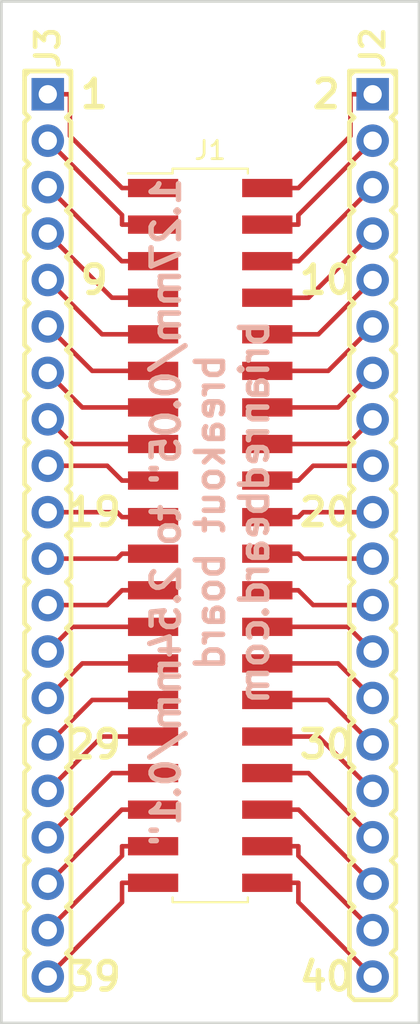
<source format=kicad_pcb>
(kicad_pcb (version 4) (host pcbnew 4.0.6)

  (general
    (links 40)
    (no_connects 0)
    (area 130.734999 78.664999 153.745001 134.695001)
    (thickness 1.6)
    (drawings 16)
    (tracks 98)
    (zones 0)
    (modules 3)
    (nets 41)
  )

  (page USLetter)
  (layers
    (0 F.Cu signal)
    (31 B.Cu signal)
    (32 B.Adhes user hide)
    (33 F.Adhes user hide)
    (34 B.Paste user hide)
    (35 F.Paste user hide)
    (36 B.SilkS user)
    (37 F.SilkS user)
    (38 B.Mask user hide)
    (39 F.Mask user hide)
    (40 Dwgs.User user hide)
    (41 Cmts.User user hide)
    (42 Eco1.User user hide)
    (43 Eco2.User user hide)
    (44 Edge.Cuts user)
    (45 Margin user hide)
    (46 B.CrtYd user hide)
    (47 F.CrtYd user hide)
    (48 B.Fab user hide)
    (49 F.Fab user hide)
  )

  (setup
    (last_trace_width 0.25)
    (trace_clearance 0.2)
    (zone_clearance 0.508)
    (zone_45_only no)
    (trace_min 0.2)
    (segment_width 0.2)
    (edge_width 0.15)
    (via_size 0.6)
    (via_drill 0.4)
    (via_min_size 0.4)
    (via_min_drill 0.3)
    (uvia_size 0.3)
    (uvia_drill 0.1)
    (uvias_allowed no)
    (uvia_min_size 0.2)
    (uvia_min_drill 0.1)
    (pcb_text_width 0.3)
    (pcb_text_size 1.5 1.5)
    (mod_edge_width 0.15)
    (mod_text_size 1 1)
    (mod_text_width 0.15)
    (pad_size 1.524 1.524)
    (pad_drill 0.762)
    (pad_to_mask_clearance 0.2)
    (aux_axis_origin 0 0)
    (visible_elements FFFFFF5F)
    (pcbplotparams
      (layerselection 0x010f0_80000001)
      (usegerberextensions true)
      (excludeedgelayer true)
      (linewidth 0.100000)
      (plotframeref false)
      (viasonmask false)
      (mode 1)
      (useauxorigin false)
      (hpglpennumber 1)
      (hpglpenspeed 20)
      (hpglpendiameter 15)
      (hpglpenoverlay 2)
      (psnegative false)
      (psa4output false)
      (plotreference true)
      (plotvalue true)
      (plotinvisibletext false)
      (padsonsilk false)
      (subtractmaskfromsilk false)
      (outputformat 1)
      (mirror false)
      (drillshape 0)
      (scaleselection 1)
      (outputdirectory gerbers))
  )

  (net 0 "")
  (net 1 /A40)
  (net 2 /A20)
  (net 3 /A37)
  (net 4 /A38)
  (net 5 /A19)
  (net 6 /A39)
  (net 7 /A17)
  (net 8 /A31)
  (net 9 /A11)
  (net 10 /A12)
  (net 11 /A32)
  (net 12 /A13)
  (net 13 /A33)
  (net 14 /A35)
  (net 15 /A15)
  (net 16 /A34)
  (net 17 /A14)
  (net 18 /A16)
  (net 19 /A36)
  (net 20 /A30)
  (net 21 /A10)
  (net 22 /A8)
  (net 23 /A28)
  (net 24 /A9)
  (net 25 /A29)
  (net 26 /A27)
  (net 27 /A7)
  (net 28 /A26)
  (net 29 /A6)
  (net 30 /A1)
  (net 31 /A21)
  (net 32 /A2)
  (net 33 /A22)
  (net 34 /A3)
  (net 35 /A23)
  (net 36 /A4)
  (net 37 /A24)
  (net 38 /A5)
  (net 39 /A25)
  (net 40 /A18)

  (net_class Default "This is the default net class."
    (clearance 0.2)
    (trace_width 0.25)
    (via_dia 0.6)
    (via_drill 0.4)
    (uvia_dia 0.3)
    (uvia_drill 0.1)
    (add_net /A1)
    (add_net /A10)
    (add_net /A11)
    (add_net /A12)
    (add_net /A13)
    (add_net /A14)
    (add_net /A15)
    (add_net /A16)
    (add_net /A17)
    (add_net /A18)
    (add_net /A19)
    (add_net /A2)
    (add_net /A20)
    (add_net /A21)
    (add_net /A22)
    (add_net /A23)
    (add_net /A24)
    (add_net /A25)
    (add_net /A26)
    (add_net /A27)
    (add_net /A28)
    (add_net /A29)
    (add_net /A3)
    (add_net /A30)
    (add_net /A31)
    (add_net /A32)
    (add_net /A33)
    (add_net /A34)
    (add_net /A35)
    (add_net /A36)
    (add_net /A37)
    (add_net /A38)
    (add_net /A39)
    (add_net /A4)
    (add_net /A40)
    (add_net /A5)
    (add_net /A6)
    (add_net /A7)
    (add_net /A8)
    (add_net /A9)
  )

  (module OLIMEX_Connectors-FP:HN1x20 (layer F.Cu) (tedit 59C29A8B) (tstamp 59C2F406)
    (at 133.35 107.95 270)
    (path /59C1F22F)
    (solder_mask_margin 0.0508)
    (solder_paste_margin -0.0508)
    (attr smd)
    (fp_text reference J3 (at -26.67 0 270) (layer F.SilkS)
      (effects (font (size 1.27 1.27) (thickness 0.254)))
    )
    (fp_text value CONN_01X20 (at -13.97 -2.54 270) (layer F.Fab)
      (effects (font (size 1.27 1.27) (thickness 0.254)))
    )
    (fp_line (start 15.494 1.27) (end 15.24 1.016) (layer F.SilkS) (width 0.254))
    (fp_line (start 15.24 -1.016) (end 15.494 -1.27) (layer F.SilkS) (width 0.254))
    (fp_line (start 15.494 -1.27) (end 17.526 -1.27) (layer F.SilkS) (width 0.254))
    (fp_line (start 20.066 -1.27) (end 20.32 -1.016) (layer F.SilkS) (width 0.254))
    (fp_line (start 17.526 1.27) (end 15.494 1.27) (layer F.SilkS) (width 0.254))
    (fp_line (start 20.32 1.016) (end 20.066 1.27) (layer F.SilkS) (width 0.254))
    (fp_line (start 18.034 -1.27) (end 20.066 -1.27) (layer F.SilkS) (width 0.254))
    (fp_line (start 17.78 -1.016) (end 18.034 -1.27) (layer F.SilkS) (width 0.254))
    (fp_line (start 20.066 1.27) (end 18.034 1.27) (layer F.SilkS) (width 0.254))
    (fp_line (start 17.78 1.016) (end 17.526 1.27) (layer F.SilkS) (width 0.254))
    (fp_line (start 18.034 1.27) (end 17.78 1.016) (layer F.SilkS) (width 0.254))
    (fp_line (start 17.526 -1.27) (end 17.78 -1.016) (layer F.SilkS) (width 0.254))
    (fp_line (start 20.066 -1.27) (end 20.32 -1.016) (layer F.SilkS) (width 0.254))
    (fp_line (start 20.32 1.016) (end 20.066 1.27) (layer F.SilkS) (width 0.254))
    (fp_line (start 20.066 1.27) (end 18.034 1.27) (layer F.SilkS) (width 0.254))
    (fp_line (start 18.034 -1.27) (end 20.066 -1.27) (layer F.SilkS) (width 0.254))
    (fp_line (start 17.78 -1.016) (end 18.034 -1.27) (layer F.SilkS) (width 0.254))
    (fp_line (start 18.034 1.27) (end 17.78 1.016) (layer F.SilkS) (width 0.254))
    (fp_line (start 23.114 1.27) (end 22.86 1.016) (layer F.SilkS) (width 0.254))
    (fp_line (start 22.86 -1.016) (end 23.114 -1.27) (layer F.SilkS) (width 0.254))
    (fp_line (start 23.114 -1.27) (end 25.146 -1.27) (layer F.SilkS) (width 0.254))
    (fp_line (start 25.146 1.27) (end 23.114 1.27) (layer F.SilkS) (width 0.254))
    (fp_line (start 25.4 1.016) (end 25.146 1.27) (layer F.SilkS) (width 0.254))
    (fp_line (start 25.146 -1.27) (end 25.4 -1.016) (layer F.SilkS) (width 0.254))
    (fp_line (start 22.606 -1.27) (end 22.86 -1.016) (layer F.SilkS) (width 0.254))
    (fp_line (start 23.114 1.27) (end 22.86 1.016) (layer F.SilkS) (width 0.254))
    (fp_line (start 22.86 1.016) (end 22.606 1.27) (layer F.SilkS) (width 0.254))
    (fp_line (start 25.146 1.27) (end 23.114 1.27) (layer F.SilkS) (width 0.254))
    (fp_line (start 22.86 -1.016) (end 23.114 -1.27) (layer F.SilkS) (width 0.254))
    (fp_line (start 23.114 -1.27) (end 25.146 -1.27) (layer F.SilkS) (width 0.254))
    (fp_line (start 25.4 -1.016) (end 25.4 1.016) (layer F.SilkS) (width 0.254))
    (fp_line (start 25.4 1.016) (end 25.146 1.27) (layer F.SilkS) (width 0.254))
    (fp_line (start 22.606 1.27) (end 20.574 1.27) (layer F.SilkS) (width 0.254))
    (fp_line (start 25.146 -1.27) (end 25.4 -1.016) (layer F.SilkS) (width 0.254))
    (fp_line (start 20.574 -1.27) (end 22.606 -1.27) (layer F.SilkS) (width 0.254))
    (fp_line (start 20.32 -1.016) (end 20.574 -1.27) (layer F.SilkS) (width 0.254))
    (fp_line (start 20.574 1.27) (end 20.32 1.016) (layer F.SilkS) (width 0.254))
    (fp_line (start 10.414 1.27) (end 10.16 1.016) (layer F.SilkS) (width 0.254))
    (fp_line (start 10.16 -1.016) (end 10.414 -1.27) (layer F.SilkS) (width 0.254))
    (fp_line (start 10.414 -1.27) (end 12.446 -1.27) (layer F.SilkS) (width 0.254))
    (fp_line (start 14.986 -1.27) (end 15.24 -1.016) (layer F.SilkS) (width 0.254))
    (fp_line (start 12.446 1.27) (end 10.414 1.27) (layer F.SilkS) (width 0.254))
    (fp_line (start 15.24 1.016) (end 14.986 1.27) (layer F.SilkS) (width 0.254))
    (fp_line (start 12.954 -1.27) (end 14.986 -1.27) (layer F.SilkS) (width 0.254))
    (fp_line (start 12.7 -1.016) (end 12.954 -1.27) (layer F.SilkS) (width 0.254))
    (fp_line (start 14.986 1.27) (end 12.954 1.27) (layer F.SilkS) (width 0.254))
    (fp_line (start 12.7 1.016) (end 12.446 1.27) (layer F.SilkS) (width 0.254))
    (fp_line (start 12.954 1.27) (end 12.7 1.016) (layer F.SilkS) (width 0.254))
    (fp_line (start 12.446 -1.27) (end 12.7 -1.016) (layer F.SilkS) (width 0.254))
    (fp_line (start 14.986 -1.27) (end 15.24 -1.016) (layer F.SilkS) (width 0.254))
    (fp_line (start 15.24 1.016) (end 14.986 1.27) (layer F.SilkS) (width 0.254))
    (fp_line (start 14.986 1.27) (end 12.954 1.27) (layer F.SilkS) (width 0.254))
    (fp_line (start 12.954 -1.27) (end 14.986 -1.27) (layer F.SilkS) (width 0.254))
    (fp_line (start 12.7 -1.016) (end 12.954 -1.27) (layer F.SilkS) (width 0.254))
    (fp_line (start 12.954 1.27) (end 12.7 1.016) (layer F.SilkS) (width 0.254))
    (fp_line (start 7.874 1.27) (end 7.62 1.016) (layer F.SilkS) (width 0.254))
    (fp_line (start 7.62 -1.016) (end 7.874 -1.27) (layer F.SilkS) (width 0.254))
    (fp_line (start 7.874 -1.27) (end 9.906 -1.27) (layer F.SilkS) (width 0.254))
    (fp_line (start 9.906 1.27) (end 7.874 1.27) (layer F.SilkS) (width 0.254))
    (fp_line (start 10.16 1.016) (end 9.906 1.27) (layer F.SilkS) (width 0.254))
    (fp_line (start 9.906 -1.27) (end 10.16 -1.016) (layer F.SilkS) (width 0.254))
    (fp_line (start 7.366 -1.27) (end 7.62 -1.016) (layer F.SilkS) (width 0.254))
    (fp_line (start 7.874 1.27) (end 7.62 1.016) (layer F.SilkS) (width 0.254))
    (fp_line (start 7.62 1.016) (end 7.366 1.27) (layer F.SilkS) (width 0.254))
    (fp_line (start 9.906 1.27) (end 7.874 1.27) (layer F.SilkS) (width 0.254))
    (fp_line (start 7.62 -1.016) (end 7.874 -1.27) (layer F.SilkS) (width 0.254))
    (fp_line (start 7.874 -1.27) (end 9.906 -1.27) (layer F.SilkS) (width 0.254))
    (fp_line (start 10.16 1.016) (end 9.906 1.27) (layer F.SilkS) (width 0.254))
    (fp_line (start 7.366 1.27) (end 5.334 1.27) (layer F.SilkS) (width 0.254))
    (fp_line (start 9.906 -1.27) (end 10.16 -1.016) (layer F.SilkS) (width 0.254))
    (fp_line (start 5.334 -1.27) (end 7.366 -1.27) (layer F.SilkS) (width 0.254))
    (fp_line (start 5.08 -1.016) (end 5.334 -1.27) (layer F.SilkS) (width 0.254))
    (fp_line (start 5.334 1.27) (end 5.08 1.016) (layer F.SilkS) (width 0.254))
    (fp_line (start 0.254 1.27) (end 0 1.016) (layer F.SilkS) (width 0.254))
    (fp_line (start 0 -1.016) (end 0.254 -1.27) (layer F.SilkS) (width 0.254))
    (fp_line (start 0.254 -1.27) (end 2.286 -1.27) (layer F.SilkS) (width 0.254))
    (fp_line (start 4.826 -1.27) (end 5.08 -1.016) (layer F.SilkS) (width 0.254))
    (fp_line (start 2.286 1.27) (end 0.254 1.27) (layer F.SilkS) (width 0.254))
    (fp_line (start 5.08 1.016) (end 4.826 1.27) (layer F.SilkS) (width 0.254))
    (fp_line (start 2.794 -1.27) (end 4.826 -1.27) (layer F.SilkS) (width 0.254))
    (fp_line (start 2.54 -1.016) (end 2.794 -1.27) (layer F.SilkS) (width 0.254))
    (fp_line (start 4.826 1.27) (end 2.794 1.27) (layer F.SilkS) (width 0.254))
    (fp_line (start 2.54 1.016) (end 2.286 1.27) (layer F.SilkS) (width 0.254))
    (fp_line (start 2.794 1.27) (end 2.54 1.016) (layer F.SilkS) (width 0.254))
    (fp_line (start 2.286 -1.27) (end 2.54 -1.016) (layer F.SilkS) (width 0.254))
    (fp_line (start 4.826 -1.27) (end 5.08 -1.016) (layer F.SilkS) (width 0.254))
    (fp_line (start 5.08 1.016) (end 4.826 1.27) (layer F.SilkS) (width 0.254))
    (fp_line (start 4.826 1.27) (end 2.794 1.27) (layer F.SilkS) (width 0.254))
    (fp_line (start 2.794 -1.27) (end 4.826 -1.27) (layer F.SilkS) (width 0.254))
    (fp_line (start 2.54 -1.016) (end 2.794 -1.27) (layer F.SilkS) (width 0.254))
    (fp_line (start 2.794 1.27) (end 2.54 1.016) (layer F.SilkS) (width 0.254))
    (fp_line (start -2.286 1.27) (end -2.54 1.016) (layer F.SilkS) (width 0.254))
    (fp_line (start -2.54 -1.016) (end -2.286 -1.27) (layer F.SilkS) (width 0.254))
    (fp_line (start -2.286 -1.27) (end -0.254 -1.27) (layer F.SilkS) (width 0.254))
    (fp_line (start -0.254 1.27) (end -2.286 1.27) (layer F.SilkS) (width 0.254))
    (fp_line (start 0 1.016) (end -0.254 1.27) (layer F.SilkS) (width 0.254))
    (fp_line (start -0.254 -1.27) (end 0 -1.016) (layer F.SilkS) (width 0.254))
    (fp_line (start -2.794 -1.27) (end -2.54 -1.016) (layer F.SilkS) (width 0.254))
    (fp_line (start -2.286 1.27) (end -2.54 1.016) (layer F.SilkS) (width 0.254))
    (fp_line (start -2.54 1.016) (end -2.794 1.27) (layer F.SilkS) (width 0.254))
    (fp_line (start -0.254 1.27) (end -2.286 1.27) (layer F.SilkS) (width 0.254))
    (fp_line (start -2.54 -1.016) (end -2.286 -1.27) (layer F.SilkS) (width 0.254))
    (fp_line (start -2.286 -1.27) (end -0.254 -1.27) (layer F.SilkS) (width 0.254))
    (fp_line (start 0 1.016) (end -0.254 1.27) (layer F.SilkS) (width 0.254))
    (fp_line (start -2.794 1.27) (end -4.826 1.27) (layer F.SilkS) (width 0.254))
    (fp_line (start -0.254 -1.27) (end 0 -1.016) (layer F.SilkS) (width 0.254))
    (fp_line (start -4.826 -1.27) (end -2.794 -1.27) (layer F.SilkS) (width 0.254))
    (fp_line (start -5.08 -1.016) (end -4.826 -1.27) (layer F.SilkS) (width 0.254))
    (fp_line (start -4.826 1.27) (end -5.08 1.016) (layer F.SilkS) (width 0.254))
    (fp_line (start -9.906 1.27) (end -10.16 1.016) (layer F.SilkS) (width 0.254))
    (fp_line (start -10.16 -1.016) (end -9.906 -1.27) (layer F.SilkS) (width 0.254))
    (fp_line (start -9.906 -1.27) (end -7.874 -1.27) (layer F.SilkS) (width 0.254))
    (fp_line (start -5.334 -1.27) (end -5.08 -1.016) (layer F.SilkS) (width 0.254))
    (fp_line (start -7.874 1.27) (end -9.906 1.27) (layer F.SilkS) (width 0.254))
    (fp_line (start -5.08 1.016) (end -5.334 1.27) (layer F.SilkS) (width 0.254))
    (fp_line (start -7.366 -1.27) (end -5.334 -1.27) (layer F.SilkS) (width 0.254))
    (fp_line (start -7.62 -1.016) (end -7.366 -1.27) (layer F.SilkS) (width 0.254))
    (fp_line (start -5.334 1.27) (end -7.366 1.27) (layer F.SilkS) (width 0.254))
    (fp_line (start -7.62 1.016) (end -7.874 1.27) (layer F.SilkS) (width 0.254))
    (fp_line (start -7.366 1.27) (end -7.62 1.016) (layer F.SilkS) (width 0.254))
    (fp_line (start -7.874 -1.27) (end -7.62 -1.016) (layer F.SilkS) (width 0.254))
    (fp_line (start -5.334 -1.27) (end -5.08 -1.016) (layer F.SilkS) (width 0.254))
    (fp_line (start -5.08 1.016) (end -5.334 1.27) (layer F.SilkS) (width 0.254))
    (fp_line (start -5.334 1.27) (end -7.366 1.27) (layer F.SilkS) (width 0.254))
    (fp_line (start -7.366 -1.27) (end -5.334 -1.27) (layer F.SilkS) (width 0.254))
    (fp_line (start -7.62 -1.016) (end -7.366 -1.27) (layer F.SilkS) (width 0.254))
    (fp_line (start -7.366 1.27) (end -7.62 1.016) (layer F.SilkS) (width 0.254))
    (fp_line (start -12.446 1.27) (end -12.7 1.016) (layer F.SilkS) (width 0.254))
    (fp_line (start -12.7 -1.016) (end -12.446 -1.27) (layer F.SilkS) (width 0.254))
    (fp_line (start -12.446 -1.27) (end -10.414 -1.27) (layer F.SilkS) (width 0.254))
    (fp_line (start -10.414 1.27) (end -12.446 1.27) (layer F.SilkS) (width 0.254))
    (fp_line (start -10.16 1.016) (end -10.414 1.27) (layer F.SilkS) (width 0.254))
    (fp_line (start -10.414 -1.27) (end -10.16 -1.016) (layer F.SilkS) (width 0.254))
    (fp_line (start -12.954 -1.27) (end -12.7 -1.016) (layer F.SilkS) (width 0.254))
    (fp_line (start -12.446 1.27) (end -12.7 1.016) (layer F.SilkS) (width 0.254))
    (fp_line (start -12.7 1.016) (end -12.954 1.27) (layer F.SilkS) (width 0.254))
    (fp_line (start -10.414 1.27) (end -12.446 1.27) (layer F.SilkS) (width 0.254))
    (fp_line (start -12.7 -1.016) (end -12.446 -1.27) (layer F.SilkS) (width 0.254))
    (fp_line (start -12.446 -1.27) (end -10.414 -1.27) (layer F.SilkS) (width 0.254))
    (fp_line (start -10.16 1.016) (end -10.414 1.27) (layer F.SilkS) (width 0.254))
    (fp_line (start -17.526 1.27) (end -17.78 1.016) (layer F.SilkS) (width 0.254))
    (fp_line (start -12.954 1.27) (end -14.986 1.27) (layer F.SilkS) (width 0.254))
    (fp_line (start -10.414 -1.27) (end -10.16 -1.016) (layer F.SilkS) (width 0.254))
    (fp_line (start -14.986 -1.27) (end -12.954 -1.27) (layer F.SilkS) (width 0.254))
    (fp_line (start -15.24 -1.016) (end -14.986 -1.27) (layer F.SilkS) (width 0.254))
    (fp_line (start -25.4 -1.27) (end -25.146 -1.27) (layer F.SilkS) (width 0.254))
    (fp_line (start -25.146 -1.27) (end -23.114 -1.27) (layer F.SilkS) (width 0.254))
    (fp_line (start -23.114 -1.27) (end -22.86 -1.016) (layer F.SilkS) (width 0.254))
    (fp_line (start -22.86 -1.016) (end -22.606 -1.27) (layer F.SilkS) (width 0.254))
    (fp_line (start -22.606 -1.27) (end -20.574 -1.27) (layer F.SilkS) (width 0.254))
    (fp_line (start -20.574 -1.27) (end -20.32 -1.016) (layer F.SilkS) (width 0.254))
    (fp_line (start -20.32 -1.016) (end -20.066 -1.27) (layer F.SilkS) (width 0.254))
    (fp_line (start -20.066 -1.27) (end -18.034 -1.27) (layer F.SilkS) (width 0.254))
    (fp_line (start -18.034 -1.27) (end -17.78 -1.016) (layer F.SilkS) (width 0.254))
    (fp_line (start -17.78 -1.016) (end -17.526 -1.27) (layer F.SilkS) (width 0.254))
    (fp_line (start -17.526 -1.27) (end -15.494 -1.27) (layer F.SilkS) (width 0.254))
    (fp_line (start -15.494 -1.27) (end -15.24 -1.016) (layer F.SilkS) (width 0.254))
    (fp_line (start -15.24 1.016) (end -15.494 1.27) (layer F.SilkS) (width 0.254))
    (fp_line (start -15.494 1.27) (end -17.526 1.27) (layer F.SilkS) (width 0.254))
    (fp_line (start -14.986 1.27) (end -15.24 1.016) (layer F.SilkS) (width 0.254))
    (fp_line (start -17.78 1.016) (end -18.034 1.27) (layer F.SilkS) (width 0.254))
    (fp_line (start -18.034 1.27) (end -20.066 1.27) (layer F.SilkS) (width 0.254))
    (fp_line (start -25.4 -1.016) (end -25.146 -1.27) (layer F.SilkS) (width 0.254))
    (fp_line (start -25.146 1.27) (end -25.4 1.016) (layer F.SilkS) (width 0.254))
    (fp_line (start -24.892 1.27) (end -25.4 1.27) (layer F.SilkS) (width 0.254))
    (fp_line (start -20.574 1.27) (end -22.606 1.27) (layer F.SilkS) (width 0.254))
    (fp_line (start -22.606 1.27) (end -22.86 1.016) (layer F.SilkS) (width 0.254))
    (fp_line (start -22.86 1.016) (end -23.114 1.27) (layer F.SilkS) (width 0.254))
    (fp_line (start -23.114 1.27) (end -24.892 1.27) (layer F.SilkS) (width 0.254))
    (fp_line (start -20.574 1.27) (end -20.32 1.016) (layer F.SilkS) (width 0.254))
    (fp_line (start -20.32 1.016) (end -20.066 1.27) (layer F.SilkS) (width 0.254))
    (fp_line (start -25.4 -1.27) (end -25.4 1.27) (layer F.SilkS) (width 0.254))
    (pad 17 thru_hole circle (at 16.51 0 270) (size 1.778 1.778) (drill 1) (layers *.Cu *.Mask)
      (net 7 /A17))
    (pad 18 thru_hole circle (at 19.05 0 270) (size 1.778 1.778) (drill 1) (layers *.Cu *.Mask)
      (net 40 /A18))
    (pad 20 thru_hole circle (at 24.13 0 270) (size 1.778 1.778) (drill 1) (layers *.Cu *.Mask)
      (net 2 /A20))
    (pad 19 thru_hole circle (at 21.59 0 270) (size 1.778 1.778) (drill 1) (layers *.Cu *.Mask)
      (net 5 /A19))
    (pad 15 thru_hole circle (at 11.43 0 270) (size 1.778 1.778) (drill 1) (layers *.Cu *.Mask)
      (net 15 /A15))
    (pad 16 thru_hole circle (at 13.97 0 270) (size 1.778 1.778) (drill 1) (layers *.Cu *.Mask)
      (net 18 /A16))
    (pad 14 thru_hole circle (at 8.89 0 270) (size 1.778 1.778) (drill 1) (layers *.Cu *.Mask)
      (net 17 /A14))
    (pad 13 thru_hole circle (at 6.35 0 270) (size 1.778 1.778) (drill 1) (layers *.Cu *.Mask)
      (net 12 /A13))
    (pad 11 thru_hole circle (at 1.27 0 270) (size 1.778 1.778) (drill 1) (layers *.Cu *.Mask)
      (net 9 /A11))
    (pad 12 thru_hole circle (at 3.81 0 270) (size 1.778 1.778) (drill 1) (layers *.Cu *.Mask)
      (net 10 /A12))
    (pad 10 thru_hole circle (at -1.27 0 270) (size 1.778 1.778) (drill 1) (layers *.Cu *.Mask)
      (net 21 /A10))
    (pad 9 thru_hole circle (at -3.81 0 270) (size 1.778 1.778) (drill 1) (layers *.Cu *.Mask)
      (net 24 /A9))
    (pad 7 thru_hole circle (at -8.89 0 270) (size 1.778 1.778) (drill 1) (layers *.Cu *.Mask)
      (net 27 /A7))
    (pad 8 thru_hole circle (at -6.35 0 270) (size 1.778 1.778) (drill 1) (layers *.Cu *.Mask)
      (net 22 /A8))
    (pad 6 thru_hole circle (at -11.43 0 270) (size 1.778 1.778) (drill 1) (layers *.Cu *.Mask)
      (net 29 /A6))
    (pad 5 thru_hole circle (at -13.97 0 270) (size 1.778 1.778) (drill 1) (layers *.Cu *.Mask)
      (net 38 /A5))
    (pad 1 thru_hole rect (at -24.13 0 270) (size 1.778 1.778) (drill 1) (layers *.Cu *.Mask)
      (net 30 /A1))
    (pad 2 thru_hole circle (at -21.59 0 270) (size 1.778 1.778) (drill 1) (layers *.Cu *.Mask)
      (net 32 /A2))
    (pad 3 thru_hole circle (at -19.05 0 270) (size 1.778 1.778) (drill 1) (layers *.Cu *.Mask)
      (net 34 /A3))
    (pad 4 thru_hole circle (at -16.51 0 270) (size 1.778 1.778) (drill 1) (layers *.Cu *.Mask)
      (net 36 /A4))
  )

  (module Pin_Headers:Pin_Header_Straight_2x20_Pitch2.00mm_SMD (layer F.Cu) (tedit 59C299B3) (tstamp 59C2F27E)
    (at 142.24 107.95)
    (descr "surface-mounted straight pin header, 2x20, 2.00mm pitch, double rows")
    (tags "Surface mounted pin header SMD 2x20 2.00mm double row")
    (path /59C201C5)
    (attr smd)
    (fp_text reference J1 (at 0 -21.06) (layer F.SilkS)
      (effects (font (size 1 1) (thickness 0.15)))
    )
    (fp_text value "GPIO 02x20" (at 0 21.59) (layer F.Fab)
      (effects (font (size 1 1) (thickness 0.15)))
    )
    (fp_line (start -2 -20) (end -2 20) (layer F.Fab) (width 0.1))
    (fp_line (start -2 20) (end 2 20) (layer F.Fab) (width 0.1))
    (fp_line (start 2 20) (end 2 -20) (layer F.Fab) (width 0.1))
    (fp_line (start 2 -20) (end -2 -20) (layer F.Fab) (width 0.1))
    (fp_line (start -2 -19.25) (end -2 -18.75) (layer F.Fab) (width 0.1))
    (fp_line (start -2 -18.75) (end -3 -18.75) (layer F.Fab) (width 0.1))
    (fp_line (start -3 -18.75) (end -3 -19.25) (layer F.Fab) (width 0.1))
    (fp_line (start -3 -19.25) (end -2 -19.25) (layer F.Fab) (width 0.1))
    (fp_line (start 2 -19.25) (end 2 -18.75) (layer F.Fab) (width 0.1))
    (fp_line (start 2 -18.75) (end 3 -18.75) (layer F.Fab) (width 0.1))
    (fp_line (start 3 -18.75) (end 3 -19.25) (layer F.Fab) (width 0.1))
    (fp_line (start 3 -19.25) (end 2 -19.25) (layer F.Fab) (width 0.1))
    (fp_line (start -2 -17.25) (end -2 -16.75) (layer F.Fab) (width 0.1))
    (fp_line (start -2 -16.75) (end -3 -16.75) (layer F.Fab) (width 0.1))
    (fp_line (start -3 -16.75) (end -3 -17.25) (layer F.Fab) (width 0.1))
    (fp_line (start -3 -17.25) (end -2 -17.25) (layer F.Fab) (width 0.1))
    (fp_line (start 2 -17.25) (end 2 -16.75) (layer F.Fab) (width 0.1))
    (fp_line (start 2 -16.75) (end 3 -16.75) (layer F.Fab) (width 0.1))
    (fp_line (start 3 -16.75) (end 3 -17.25) (layer F.Fab) (width 0.1))
    (fp_line (start 3 -17.25) (end 2 -17.25) (layer F.Fab) (width 0.1))
    (fp_line (start -2 -15.25) (end -2 -14.75) (layer F.Fab) (width 0.1))
    (fp_line (start -2 -14.75) (end -3 -14.75) (layer F.Fab) (width 0.1))
    (fp_line (start -3 -14.75) (end -3 -15.25) (layer F.Fab) (width 0.1))
    (fp_line (start -3 -15.25) (end -2 -15.25) (layer F.Fab) (width 0.1))
    (fp_line (start 2 -15.25) (end 2 -14.75) (layer F.Fab) (width 0.1))
    (fp_line (start 2 -14.75) (end 3 -14.75) (layer F.Fab) (width 0.1))
    (fp_line (start 3 -14.75) (end 3 -15.25) (layer F.Fab) (width 0.1))
    (fp_line (start 3 -15.25) (end 2 -15.25) (layer F.Fab) (width 0.1))
    (fp_line (start -2 -13.25) (end -2 -12.75) (layer F.Fab) (width 0.1))
    (fp_line (start -2 -12.75) (end -3 -12.75) (layer F.Fab) (width 0.1))
    (fp_line (start -3 -12.75) (end -3 -13.25) (layer F.Fab) (width 0.1))
    (fp_line (start -3 -13.25) (end -2 -13.25) (layer F.Fab) (width 0.1))
    (fp_line (start 2 -13.25) (end 2 -12.75) (layer F.Fab) (width 0.1))
    (fp_line (start 2 -12.75) (end 3 -12.75) (layer F.Fab) (width 0.1))
    (fp_line (start 3 -12.75) (end 3 -13.25) (layer F.Fab) (width 0.1))
    (fp_line (start 3 -13.25) (end 2 -13.25) (layer F.Fab) (width 0.1))
    (fp_line (start -2 -11.25) (end -2 -10.75) (layer F.Fab) (width 0.1))
    (fp_line (start -2 -10.75) (end -3 -10.75) (layer F.Fab) (width 0.1))
    (fp_line (start -3 -10.75) (end -3 -11.25) (layer F.Fab) (width 0.1))
    (fp_line (start -3 -11.25) (end -2 -11.25) (layer F.Fab) (width 0.1))
    (fp_line (start 2 -11.25) (end 2 -10.75) (layer F.Fab) (width 0.1))
    (fp_line (start 2 -10.75) (end 3 -10.75) (layer F.Fab) (width 0.1))
    (fp_line (start 3 -10.75) (end 3 -11.25) (layer F.Fab) (width 0.1))
    (fp_line (start 3 -11.25) (end 2 -11.25) (layer F.Fab) (width 0.1))
    (fp_line (start -2 -9.25) (end -2 -8.75) (layer F.Fab) (width 0.1))
    (fp_line (start -2 -8.75) (end -3 -8.75) (layer F.Fab) (width 0.1))
    (fp_line (start -3 -8.75) (end -3 -9.25) (layer F.Fab) (width 0.1))
    (fp_line (start -3 -9.25) (end -2 -9.25) (layer F.Fab) (width 0.1))
    (fp_line (start 2 -9.25) (end 2 -8.75) (layer F.Fab) (width 0.1))
    (fp_line (start 2 -8.75) (end 3 -8.75) (layer F.Fab) (width 0.1))
    (fp_line (start 3 -8.75) (end 3 -9.25) (layer F.Fab) (width 0.1))
    (fp_line (start 3 -9.25) (end 2 -9.25) (layer F.Fab) (width 0.1))
    (fp_line (start -2 -7.25) (end -2 -6.75) (layer F.Fab) (width 0.1))
    (fp_line (start -2 -6.75) (end -3 -6.75) (layer F.Fab) (width 0.1))
    (fp_line (start -3 -6.75) (end -3 -7.25) (layer F.Fab) (width 0.1))
    (fp_line (start -3 -7.25) (end -2 -7.25) (layer F.Fab) (width 0.1))
    (fp_line (start 2 -7.25) (end 2 -6.75) (layer F.Fab) (width 0.1))
    (fp_line (start 2 -6.75) (end 3 -6.75) (layer F.Fab) (width 0.1))
    (fp_line (start 3 -6.75) (end 3 -7.25) (layer F.Fab) (width 0.1))
    (fp_line (start 3 -7.25) (end 2 -7.25) (layer F.Fab) (width 0.1))
    (fp_line (start -2 -5.25) (end -2 -4.75) (layer F.Fab) (width 0.1))
    (fp_line (start -2 -4.75) (end -3 -4.75) (layer F.Fab) (width 0.1))
    (fp_line (start -3 -4.75) (end -3 -5.25) (layer F.Fab) (width 0.1))
    (fp_line (start -3 -5.25) (end -2 -5.25) (layer F.Fab) (width 0.1))
    (fp_line (start 2 -5.25) (end 2 -4.75) (layer F.Fab) (width 0.1))
    (fp_line (start 2 -4.75) (end 3 -4.75) (layer F.Fab) (width 0.1))
    (fp_line (start 3 -4.75) (end 3 -5.25) (layer F.Fab) (width 0.1))
    (fp_line (start 3 -5.25) (end 2 -5.25) (layer F.Fab) (width 0.1))
    (fp_line (start -2 -3.25) (end -2 -2.75) (layer F.Fab) (width 0.1))
    (fp_line (start -2 -2.75) (end -3 -2.75) (layer F.Fab) (width 0.1))
    (fp_line (start -3 -2.75) (end -3 -3.25) (layer F.Fab) (width 0.1))
    (fp_line (start -3 -3.25) (end -2 -3.25) (layer F.Fab) (width 0.1))
    (fp_line (start 2 -3.25) (end 2 -2.75) (layer F.Fab) (width 0.1))
    (fp_line (start 2 -2.75) (end 3 -2.75) (layer F.Fab) (width 0.1))
    (fp_line (start 3 -2.75) (end 3 -3.25) (layer F.Fab) (width 0.1))
    (fp_line (start 3 -3.25) (end 2 -3.25) (layer F.Fab) (width 0.1))
    (fp_line (start -2 -1.25) (end -2 -0.75) (layer F.Fab) (width 0.1))
    (fp_line (start -2 -0.75) (end -3 -0.75) (layer F.Fab) (width 0.1))
    (fp_line (start -3 -0.75) (end -3 -1.25) (layer F.Fab) (width 0.1))
    (fp_line (start -3 -1.25) (end -2 -1.25) (layer F.Fab) (width 0.1))
    (fp_line (start 2 -1.25) (end 2 -0.75) (layer F.Fab) (width 0.1))
    (fp_line (start 2 -0.75) (end 3 -0.75) (layer F.Fab) (width 0.1))
    (fp_line (start 3 -0.75) (end 3 -1.25) (layer F.Fab) (width 0.1))
    (fp_line (start 3 -1.25) (end 2 -1.25) (layer F.Fab) (width 0.1))
    (fp_line (start -2 0.75) (end -2 1.25) (layer F.Fab) (width 0.1))
    (fp_line (start -2 1.25) (end -3 1.25) (layer F.Fab) (width 0.1))
    (fp_line (start -3 1.25) (end -3 0.75) (layer F.Fab) (width 0.1))
    (fp_line (start -3 0.75) (end -2 0.75) (layer F.Fab) (width 0.1))
    (fp_line (start 2 0.75) (end 2 1.25) (layer F.Fab) (width 0.1))
    (fp_line (start 2 1.25) (end 3 1.25) (layer F.Fab) (width 0.1))
    (fp_line (start 3 1.25) (end 3 0.75) (layer F.Fab) (width 0.1))
    (fp_line (start 3 0.75) (end 2 0.75) (layer F.Fab) (width 0.1))
    (fp_line (start -2 2.75) (end -2 3.25) (layer F.Fab) (width 0.1))
    (fp_line (start -2 3.25) (end -3 3.25) (layer F.Fab) (width 0.1))
    (fp_line (start -3 3.25) (end -3 2.75) (layer F.Fab) (width 0.1))
    (fp_line (start -3 2.75) (end -2 2.75) (layer F.Fab) (width 0.1))
    (fp_line (start 2 2.75) (end 2 3.25) (layer F.Fab) (width 0.1))
    (fp_line (start 2 3.25) (end 3 3.25) (layer F.Fab) (width 0.1))
    (fp_line (start 3 3.25) (end 3 2.75) (layer F.Fab) (width 0.1))
    (fp_line (start 3 2.75) (end 2 2.75) (layer F.Fab) (width 0.1))
    (fp_line (start -2 4.75) (end -2 5.25) (layer F.Fab) (width 0.1))
    (fp_line (start -2 5.25) (end -3 5.25) (layer F.Fab) (width 0.1))
    (fp_line (start -3 5.25) (end -3 4.75) (layer F.Fab) (width 0.1))
    (fp_line (start -3 4.75) (end -2 4.75) (layer F.Fab) (width 0.1))
    (fp_line (start 2 4.75) (end 2 5.25) (layer F.Fab) (width 0.1))
    (fp_line (start 2 5.25) (end 3 5.25) (layer F.Fab) (width 0.1))
    (fp_line (start 3 5.25) (end 3 4.75) (layer F.Fab) (width 0.1))
    (fp_line (start 3 4.75) (end 2 4.75) (layer F.Fab) (width 0.1))
    (fp_line (start -2 6.75) (end -2 7.25) (layer F.Fab) (width 0.1))
    (fp_line (start -2 7.25) (end -3 7.25) (layer F.Fab) (width 0.1))
    (fp_line (start -3 7.25) (end -3 6.75) (layer F.Fab) (width 0.1))
    (fp_line (start -3 6.75) (end -2 6.75) (layer F.Fab) (width 0.1))
    (fp_line (start 2 6.75) (end 2 7.25) (layer F.Fab) (width 0.1))
    (fp_line (start 2 7.25) (end 3 7.25) (layer F.Fab) (width 0.1))
    (fp_line (start 3 7.25) (end 3 6.75) (layer F.Fab) (width 0.1))
    (fp_line (start 3 6.75) (end 2 6.75) (layer F.Fab) (width 0.1))
    (fp_line (start -2 8.75) (end -2 9.25) (layer F.Fab) (width 0.1))
    (fp_line (start -2 9.25) (end -3 9.25) (layer F.Fab) (width 0.1))
    (fp_line (start -3 9.25) (end -3 8.75) (layer F.Fab) (width 0.1))
    (fp_line (start -3 8.75) (end -2 8.75) (layer F.Fab) (width 0.1))
    (fp_line (start 2 8.75) (end 2 9.25) (layer F.Fab) (width 0.1))
    (fp_line (start 2 9.25) (end 3 9.25) (layer F.Fab) (width 0.1))
    (fp_line (start 3 9.25) (end 3 8.75) (layer F.Fab) (width 0.1))
    (fp_line (start 3 8.75) (end 2 8.75) (layer F.Fab) (width 0.1))
    (fp_line (start -2 10.75) (end -2 11.25) (layer F.Fab) (width 0.1))
    (fp_line (start -2 11.25) (end -3 11.25) (layer F.Fab) (width 0.1))
    (fp_line (start -3 11.25) (end -3 10.75) (layer F.Fab) (width 0.1))
    (fp_line (start -3 10.75) (end -2 10.75) (layer F.Fab) (width 0.1))
    (fp_line (start 2 10.75) (end 2 11.25) (layer F.Fab) (width 0.1))
    (fp_line (start 2 11.25) (end 3 11.25) (layer F.Fab) (width 0.1))
    (fp_line (start 3 11.25) (end 3 10.75) (layer F.Fab) (width 0.1))
    (fp_line (start 3 10.75) (end 2 10.75) (layer F.Fab) (width 0.1))
    (fp_line (start -2 12.75) (end -2 13.25) (layer F.Fab) (width 0.1))
    (fp_line (start -2 13.25) (end -3 13.25) (layer F.Fab) (width 0.1))
    (fp_line (start -3 13.25) (end -3 12.75) (layer F.Fab) (width 0.1))
    (fp_line (start -3 12.75) (end -2 12.75) (layer F.Fab) (width 0.1))
    (fp_line (start 2 12.75) (end 2 13.25) (layer F.Fab) (width 0.1))
    (fp_line (start 2 13.25) (end 3 13.25) (layer F.Fab) (width 0.1))
    (fp_line (start 3 13.25) (end 3 12.75) (layer F.Fab) (width 0.1))
    (fp_line (start 3 12.75) (end 2 12.75) (layer F.Fab) (width 0.1))
    (fp_line (start -2 14.75) (end -2 15.25) (layer F.Fab) (width 0.1))
    (fp_line (start -2 15.25) (end -3 15.25) (layer F.Fab) (width 0.1))
    (fp_line (start -3 15.25) (end -3 14.75) (layer F.Fab) (width 0.1))
    (fp_line (start -3 14.75) (end -2 14.75) (layer F.Fab) (width 0.1))
    (fp_line (start 2 14.75) (end 2 15.25) (layer F.Fab) (width 0.1))
    (fp_line (start 2 15.25) (end 3 15.25) (layer F.Fab) (width 0.1))
    (fp_line (start 3 15.25) (end 3 14.75) (layer F.Fab) (width 0.1))
    (fp_line (start 3 14.75) (end 2 14.75) (layer F.Fab) (width 0.1))
    (fp_line (start -2 16.75) (end -2 17.25) (layer F.Fab) (width 0.1))
    (fp_line (start -2 17.25) (end -3 17.25) (layer F.Fab) (width 0.1))
    (fp_line (start -3 17.25) (end -3 16.75) (layer F.Fab) (width 0.1))
    (fp_line (start -3 16.75) (end -2 16.75) (layer F.Fab) (width 0.1))
    (fp_line (start 2 16.75) (end 2 17.25) (layer F.Fab) (width 0.1))
    (fp_line (start 2 17.25) (end 3 17.25) (layer F.Fab) (width 0.1))
    (fp_line (start 3 17.25) (end 3 16.75) (layer F.Fab) (width 0.1))
    (fp_line (start 3 16.75) (end 2 16.75) (layer F.Fab) (width 0.1))
    (fp_line (start -2 18.75) (end -2 19.25) (layer F.Fab) (width 0.1))
    (fp_line (start -2 19.25) (end -3 19.25) (layer F.Fab) (width 0.1))
    (fp_line (start -3 19.25) (end -3 18.75) (layer F.Fab) (width 0.1))
    (fp_line (start -3 18.75) (end -2 18.75) (layer F.Fab) (width 0.1))
    (fp_line (start 2 18.75) (end 2 19.25) (layer F.Fab) (width 0.1))
    (fp_line (start 2 19.25) (end 3 19.25) (layer F.Fab) (width 0.1))
    (fp_line (start 3 19.25) (end 3 18.75) (layer F.Fab) (width 0.1))
    (fp_line (start 3 18.75) (end 2 18.75) (layer F.Fab) (width 0.1))
    (fp_line (start -2.06 -19.8) (end -2.06 -20.06) (layer F.SilkS) (width 0.12))
    (fp_line (start -2.06 -20.06) (end 2.06 -20.06) (layer F.SilkS) (width 0.12))
    (fp_line (start 2.06 -20.06) (end 2.06 -19.8) (layer F.SilkS) (width 0.12))
    (fp_line (start -2.06 19.8) (end -2.06 20.06) (layer F.SilkS) (width 0.12))
    (fp_line (start -2.06 20.06) (end 2.06 20.06) (layer F.SilkS) (width 0.12))
    (fp_line (start 2.06 20.06) (end 2.06 19.8) (layer F.SilkS) (width 0.12))
    (fp_line (start -4.5 -19.8) (end -2.06 -19.8) (layer F.SilkS) (width 0.12))
    (fp_line (start -4.75 -20.25) (end -4.75 20.25) (layer F.CrtYd) (width 0.05))
    (fp_line (start -4.75 20.25) (end 4.75 20.25) (layer F.CrtYd) (width 0.05))
    (fp_line (start 4.75 20.25) (end 4.75 -20.25) (layer F.CrtYd) (width 0.05))
    (fp_line (start 4.75 -20.25) (end -4.75 -20.25) (layer F.CrtYd) (width 0.05))
    (pad 1 smd rect (at -3.125 -19) (size 2.75 1) (layers F.Cu F.Mask)
      (net 30 /A1))
    (pad 2 smd rect (at 3.125 -19) (size 2.75 1) (layers F.Cu F.Mask)
      (net 31 /A21))
    (pad 3 smd rect (at -3.125 -17) (size 2.75 1) (layers F.Cu F.Mask)
      (net 32 /A2))
    (pad 4 smd rect (at 3.125 -17) (size 2.75 1) (layers F.Cu F.Mask)
      (net 33 /A22))
    (pad 5 smd rect (at -3.125 -15) (size 2.75 1) (layers F.Cu F.Mask)
      (net 34 /A3))
    (pad 6 smd rect (at 3.125 -15) (size 2.75 1) (layers F.Cu F.Mask)
      (net 35 /A23))
    (pad 7 smd rect (at -3.125 -13) (size 2.75 1) (layers F.Cu F.Mask)
      (net 36 /A4))
    (pad 8 smd rect (at 3.125 -13) (size 2.75 1) (layers F.Cu F.Mask)
      (net 37 /A24))
    (pad 9 smd rect (at -3.125 -11) (size 2.75 1) (layers F.Cu F.Mask)
      (net 38 /A5))
    (pad 10 smd rect (at 3.125 -11) (size 2.75 1) (layers F.Cu F.Mask)
      (net 39 /A25))
    (pad 11 smd rect (at -3.125 -9) (size 2.75 1) (layers F.Cu F.Mask)
      (net 29 /A6))
    (pad 12 smd rect (at 3.125 -9) (size 2.75 1) (layers F.Cu F.Mask)
      (net 28 /A26))
    (pad 13 smd rect (at -3.125 -7) (size 2.75 1) (layers F.Cu F.Mask)
      (net 27 /A7))
    (pad 14 smd rect (at 3.125 -7) (size 2.75 1) (layers F.Cu F.Mask)
      (net 26 /A27))
    (pad 15 smd rect (at -3.125 -5) (size 2.75 1) (layers F.Cu F.Mask)
      (net 22 /A8))
    (pad 16 smd rect (at 3.125 -5) (size 2.75 1) (layers F.Cu F.Mask)
      (net 23 /A28))
    (pad 17 smd rect (at -3.125 -3) (size 2.75 1) (layers F.Cu F.Mask)
      (net 24 /A9))
    (pad 18 smd rect (at 3.125 -3) (size 2.75 1) (layers F.Cu F.Mask)
      (net 25 /A29))
    (pad 19 smd rect (at -3.125 -1) (size 2.75 1) (layers F.Cu F.Mask)
      (net 21 /A10))
    (pad 20 smd rect (at 3.125 -1) (size 2.75 1) (layers F.Cu F.Mask)
      (net 20 /A30))
    (pad 21 smd rect (at -3.125 1) (size 2.75 1) (layers F.Cu F.Mask)
      (net 9 /A11))
    (pad 22 smd rect (at 3.125 1) (size 2.75 1) (layers F.Cu F.Mask)
      (net 8 /A31))
    (pad 23 smd rect (at -3.125 3) (size 2.75 1) (layers F.Cu F.Mask)
      (net 10 /A12))
    (pad 24 smd rect (at 3.125 3) (size 2.75 1) (layers F.Cu F.Mask)
      (net 11 /A32))
    (pad 25 smd rect (at -3.125 5) (size 2.75 1) (layers F.Cu F.Mask)
      (net 12 /A13))
    (pad 26 smd rect (at 3.125 5) (size 2.75 1) (layers F.Cu F.Mask)
      (net 13 /A33))
    (pad 27 smd rect (at -3.125 7) (size 2.75 1) (layers F.Cu F.Mask)
      (net 17 /A14))
    (pad 28 smd rect (at 3.125 7) (size 2.75 1) (layers F.Cu F.Mask)
      (net 16 /A34))
    (pad 29 smd rect (at -3.125 9) (size 2.75 1) (layers F.Cu F.Mask)
      (net 15 /A15))
    (pad 30 smd rect (at 3.125 9) (size 2.75 1) (layers F.Cu F.Mask)
      (net 14 /A35))
    (pad 31 smd rect (at -3.125 11) (size 2.75 1) (layers F.Cu F.Mask)
      (net 18 /A16))
    (pad 32 smd rect (at 3.125 11) (size 2.75 1) (layers F.Cu F.Mask)
      (net 19 /A36))
    (pad 33 smd rect (at -3.125 13) (size 2.75 1) (layers F.Cu F.Mask)
      (net 7 /A17))
    (pad 34 smd rect (at 3.125 13) (size 2.75 1) (layers F.Cu F.Mask)
      (net 3 /A37))
    (pad 35 smd rect (at -3.125 15) (size 2.75 1) (layers F.Cu F.Mask)
      (net 40 /A18))
    (pad 36 smd rect (at 3.125 15) (size 2.75 1) (layers F.Cu F.Mask)
      (net 4 /A38))
    (pad 37 smd rect (at -3.125 17) (size 2.75 1) (layers F.Cu F.Mask)
      (net 5 /A19))
    (pad 38 smd rect (at 3.125 17) (size 2.75 1) (layers F.Cu F.Mask)
      (net 6 /A39))
    (pad 39 smd rect (at -3.125 19) (size 2.75 1) (layers F.Cu F.Mask)
      (net 2 /A20))
    (pad 40 smd rect (at 3.125 19) (size 2.75 1) (layers F.Cu F.Mask)
      (net 1 /A40))
    (model Pin_Headers.3dshapes/Pin_Header_Straight_2x20_Pitch2.00mm_SMD.wrl
      (at (xyz 0 0 0))
      (scale (xyz 1 1 1))
      (rotate (xyz 0 0 0))
    )
  )

  (module OLIMEX_Connectors-FP:HN1x20 (layer F.Cu) (tedit 59C29A91) (tstamp 59C2F342)
    (at 151.13 107.95 270)
    (path /59C1F1B0)
    (solder_mask_margin 0.0508)
    (solder_paste_margin -0.0508)
    (attr smd)
    (fp_text reference J2 (at -26.67 0 270) (layer F.SilkS)
      (effects (font (size 1.27 1.27) (thickness 0.254)))
    )
    (fp_text value CONN_01X20 (at -13.97 2.54 270) (layer F.Fab)
      (effects (font (size 1.27 1.27) (thickness 0.254)))
    )
    (fp_line (start 15.494 1.27) (end 15.24 1.016) (layer F.SilkS) (width 0.254))
    (fp_line (start 15.24 -1.016) (end 15.494 -1.27) (layer F.SilkS) (width 0.254))
    (fp_line (start 15.494 -1.27) (end 17.526 -1.27) (layer F.SilkS) (width 0.254))
    (fp_line (start 20.066 -1.27) (end 20.32 -1.016) (layer F.SilkS) (width 0.254))
    (fp_line (start 17.526 1.27) (end 15.494 1.27) (layer F.SilkS) (width 0.254))
    (fp_line (start 20.32 1.016) (end 20.066 1.27) (layer F.SilkS) (width 0.254))
    (fp_line (start 18.034 -1.27) (end 20.066 -1.27) (layer F.SilkS) (width 0.254))
    (fp_line (start 17.78 -1.016) (end 18.034 -1.27) (layer F.SilkS) (width 0.254))
    (fp_line (start 20.066 1.27) (end 18.034 1.27) (layer F.SilkS) (width 0.254))
    (fp_line (start 17.78 1.016) (end 17.526 1.27) (layer F.SilkS) (width 0.254))
    (fp_line (start 18.034 1.27) (end 17.78 1.016) (layer F.SilkS) (width 0.254))
    (fp_line (start 17.526 -1.27) (end 17.78 -1.016) (layer F.SilkS) (width 0.254))
    (fp_line (start 20.066 -1.27) (end 20.32 -1.016) (layer F.SilkS) (width 0.254))
    (fp_line (start 20.32 1.016) (end 20.066 1.27) (layer F.SilkS) (width 0.254))
    (fp_line (start 20.066 1.27) (end 18.034 1.27) (layer F.SilkS) (width 0.254))
    (fp_line (start 18.034 -1.27) (end 20.066 -1.27) (layer F.SilkS) (width 0.254))
    (fp_line (start 17.78 -1.016) (end 18.034 -1.27) (layer F.SilkS) (width 0.254))
    (fp_line (start 18.034 1.27) (end 17.78 1.016) (layer F.SilkS) (width 0.254))
    (fp_line (start 23.114 1.27) (end 22.86 1.016) (layer F.SilkS) (width 0.254))
    (fp_line (start 22.86 -1.016) (end 23.114 -1.27) (layer F.SilkS) (width 0.254))
    (fp_line (start 23.114 -1.27) (end 25.146 -1.27) (layer F.SilkS) (width 0.254))
    (fp_line (start 25.146 1.27) (end 23.114 1.27) (layer F.SilkS) (width 0.254))
    (fp_line (start 25.4 1.016) (end 25.146 1.27) (layer F.SilkS) (width 0.254))
    (fp_line (start 25.146 -1.27) (end 25.4 -1.016) (layer F.SilkS) (width 0.254))
    (fp_line (start 22.606 -1.27) (end 22.86 -1.016) (layer F.SilkS) (width 0.254))
    (fp_line (start 23.114 1.27) (end 22.86 1.016) (layer F.SilkS) (width 0.254))
    (fp_line (start 22.86 1.016) (end 22.606 1.27) (layer F.SilkS) (width 0.254))
    (fp_line (start 25.146 1.27) (end 23.114 1.27) (layer F.SilkS) (width 0.254))
    (fp_line (start 22.86 -1.016) (end 23.114 -1.27) (layer F.SilkS) (width 0.254))
    (fp_line (start 23.114 -1.27) (end 25.146 -1.27) (layer F.SilkS) (width 0.254))
    (fp_line (start 25.4 -1.016) (end 25.4 1.016) (layer F.SilkS) (width 0.254))
    (fp_line (start 25.4 1.016) (end 25.146 1.27) (layer F.SilkS) (width 0.254))
    (fp_line (start 22.606 1.27) (end 20.574 1.27) (layer F.SilkS) (width 0.254))
    (fp_line (start 25.146 -1.27) (end 25.4 -1.016) (layer F.SilkS) (width 0.254))
    (fp_line (start 20.574 -1.27) (end 22.606 -1.27) (layer F.SilkS) (width 0.254))
    (fp_line (start 20.32 -1.016) (end 20.574 -1.27) (layer F.SilkS) (width 0.254))
    (fp_line (start 20.574 1.27) (end 20.32 1.016) (layer F.SilkS) (width 0.254))
    (fp_line (start 10.414 1.27) (end 10.16 1.016) (layer F.SilkS) (width 0.254))
    (fp_line (start 10.16 -1.016) (end 10.414 -1.27) (layer F.SilkS) (width 0.254))
    (fp_line (start 10.414 -1.27) (end 12.446 -1.27) (layer F.SilkS) (width 0.254))
    (fp_line (start 14.986 -1.27) (end 15.24 -1.016) (layer F.SilkS) (width 0.254))
    (fp_line (start 12.446 1.27) (end 10.414 1.27) (layer F.SilkS) (width 0.254))
    (fp_line (start 15.24 1.016) (end 14.986 1.27) (layer F.SilkS) (width 0.254))
    (fp_line (start 12.954 -1.27) (end 14.986 -1.27) (layer F.SilkS) (width 0.254))
    (fp_line (start 12.7 -1.016) (end 12.954 -1.27) (layer F.SilkS) (width 0.254))
    (fp_line (start 14.986 1.27) (end 12.954 1.27) (layer F.SilkS) (width 0.254))
    (fp_line (start 12.7 1.016) (end 12.446 1.27) (layer F.SilkS) (width 0.254))
    (fp_line (start 12.954 1.27) (end 12.7 1.016) (layer F.SilkS) (width 0.254))
    (fp_line (start 12.446 -1.27) (end 12.7 -1.016) (layer F.SilkS) (width 0.254))
    (fp_line (start 14.986 -1.27) (end 15.24 -1.016) (layer F.SilkS) (width 0.254))
    (fp_line (start 15.24 1.016) (end 14.986 1.27) (layer F.SilkS) (width 0.254))
    (fp_line (start 14.986 1.27) (end 12.954 1.27) (layer F.SilkS) (width 0.254))
    (fp_line (start 12.954 -1.27) (end 14.986 -1.27) (layer F.SilkS) (width 0.254))
    (fp_line (start 12.7 -1.016) (end 12.954 -1.27) (layer F.SilkS) (width 0.254))
    (fp_line (start 12.954 1.27) (end 12.7 1.016) (layer F.SilkS) (width 0.254))
    (fp_line (start 7.874 1.27) (end 7.62 1.016) (layer F.SilkS) (width 0.254))
    (fp_line (start 7.62 -1.016) (end 7.874 -1.27) (layer F.SilkS) (width 0.254))
    (fp_line (start 7.874 -1.27) (end 9.906 -1.27) (layer F.SilkS) (width 0.254))
    (fp_line (start 9.906 1.27) (end 7.874 1.27) (layer F.SilkS) (width 0.254))
    (fp_line (start 10.16 1.016) (end 9.906 1.27) (layer F.SilkS) (width 0.254))
    (fp_line (start 9.906 -1.27) (end 10.16 -1.016) (layer F.SilkS) (width 0.254))
    (fp_line (start 7.366 -1.27) (end 7.62 -1.016) (layer F.SilkS) (width 0.254))
    (fp_line (start 7.874 1.27) (end 7.62 1.016) (layer F.SilkS) (width 0.254))
    (fp_line (start 7.62 1.016) (end 7.366 1.27) (layer F.SilkS) (width 0.254))
    (fp_line (start 9.906 1.27) (end 7.874 1.27) (layer F.SilkS) (width 0.254))
    (fp_line (start 7.62 -1.016) (end 7.874 -1.27) (layer F.SilkS) (width 0.254))
    (fp_line (start 7.874 -1.27) (end 9.906 -1.27) (layer F.SilkS) (width 0.254))
    (fp_line (start 10.16 1.016) (end 9.906 1.27) (layer F.SilkS) (width 0.254))
    (fp_line (start 7.366 1.27) (end 5.334 1.27) (layer F.SilkS) (width 0.254))
    (fp_line (start 9.906 -1.27) (end 10.16 -1.016) (layer F.SilkS) (width 0.254))
    (fp_line (start 5.334 -1.27) (end 7.366 -1.27) (layer F.SilkS) (width 0.254))
    (fp_line (start 5.08 -1.016) (end 5.334 -1.27) (layer F.SilkS) (width 0.254))
    (fp_line (start 5.334 1.27) (end 5.08 1.016) (layer F.SilkS) (width 0.254))
    (fp_line (start 0.254 1.27) (end 0 1.016) (layer F.SilkS) (width 0.254))
    (fp_line (start 0 -1.016) (end 0.254 -1.27) (layer F.SilkS) (width 0.254))
    (fp_line (start 0.254 -1.27) (end 2.286 -1.27) (layer F.SilkS) (width 0.254))
    (fp_line (start 4.826 -1.27) (end 5.08 -1.016) (layer F.SilkS) (width 0.254))
    (fp_line (start 2.286 1.27) (end 0.254 1.27) (layer F.SilkS) (width 0.254))
    (fp_line (start 5.08 1.016) (end 4.826 1.27) (layer F.SilkS) (width 0.254))
    (fp_line (start 2.794 -1.27) (end 4.826 -1.27) (layer F.SilkS) (width 0.254))
    (fp_line (start 2.54 -1.016) (end 2.794 -1.27) (layer F.SilkS) (width 0.254))
    (fp_line (start 4.826 1.27) (end 2.794 1.27) (layer F.SilkS) (width 0.254))
    (fp_line (start 2.54 1.016) (end 2.286 1.27) (layer F.SilkS) (width 0.254))
    (fp_line (start 2.794 1.27) (end 2.54 1.016) (layer F.SilkS) (width 0.254))
    (fp_line (start 2.286 -1.27) (end 2.54 -1.016) (layer F.SilkS) (width 0.254))
    (fp_line (start 4.826 -1.27) (end 5.08 -1.016) (layer F.SilkS) (width 0.254))
    (fp_line (start 5.08 1.016) (end 4.826 1.27) (layer F.SilkS) (width 0.254))
    (fp_line (start 4.826 1.27) (end 2.794 1.27) (layer F.SilkS) (width 0.254))
    (fp_line (start 2.794 -1.27) (end 4.826 -1.27) (layer F.SilkS) (width 0.254))
    (fp_line (start 2.54 -1.016) (end 2.794 -1.27) (layer F.SilkS) (width 0.254))
    (fp_line (start 2.794 1.27) (end 2.54 1.016) (layer F.SilkS) (width 0.254))
    (fp_line (start -2.286 1.27) (end -2.54 1.016) (layer F.SilkS) (width 0.254))
    (fp_line (start -2.54 -1.016) (end -2.286 -1.27) (layer F.SilkS) (width 0.254))
    (fp_line (start -2.286 -1.27) (end -0.254 -1.27) (layer F.SilkS) (width 0.254))
    (fp_line (start -0.254 1.27) (end -2.286 1.27) (layer F.SilkS) (width 0.254))
    (fp_line (start 0 1.016) (end -0.254 1.27) (layer F.SilkS) (width 0.254))
    (fp_line (start -0.254 -1.27) (end 0 -1.016) (layer F.SilkS) (width 0.254))
    (fp_line (start -2.794 -1.27) (end -2.54 -1.016) (layer F.SilkS) (width 0.254))
    (fp_line (start -2.286 1.27) (end -2.54 1.016) (layer F.SilkS) (width 0.254))
    (fp_line (start -2.54 1.016) (end -2.794 1.27) (layer F.SilkS) (width 0.254))
    (fp_line (start -0.254 1.27) (end -2.286 1.27) (layer F.SilkS) (width 0.254))
    (fp_line (start -2.54 -1.016) (end -2.286 -1.27) (layer F.SilkS) (width 0.254))
    (fp_line (start -2.286 -1.27) (end -0.254 -1.27) (layer F.SilkS) (width 0.254))
    (fp_line (start 0 1.016) (end -0.254 1.27) (layer F.SilkS) (width 0.254))
    (fp_line (start -2.794 1.27) (end -4.826 1.27) (layer F.SilkS) (width 0.254))
    (fp_line (start -0.254 -1.27) (end 0 -1.016) (layer F.SilkS) (width 0.254))
    (fp_line (start -4.826 -1.27) (end -2.794 -1.27) (layer F.SilkS) (width 0.254))
    (fp_line (start -5.08 -1.016) (end -4.826 -1.27) (layer F.SilkS) (width 0.254))
    (fp_line (start -4.826 1.27) (end -5.08 1.016) (layer F.SilkS) (width 0.254))
    (fp_line (start -9.906 1.27) (end -10.16 1.016) (layer F.SilkS) (width 0.254))
    (fp_line (start -10.16 -1.016) (end -9.906 -1.27) (layer F.SilkS) (width 0.254))
    (fp_line (start -9.906 -1.27) (end -7.874 -1.27) (layer F.SilkS) (width 0.254))
    (fp_line (start -5.334 -1.27) (end -5.08 -1.016) (layer F.SilkS) (width 0.254))
    (fp_line (start -7.874 1.27) (end -9.906 1.27) (layer F.SilkS) (width 0.254))
    (fp_line (start -5.08 1.016) (end -5.334 1.27) (layer F.SilkS) (width 0.254))
    (fp_line (start -7.366 -1.27) (end -5.334 -1.27) (layer F.SilkS) (width 0.254))
    (fp_line (start -7.62 -1.016) (end -7.366 -1.27) (layer F.SilkS) (width 0.254))
    (fp_line (start -5.334 1.27) (end -7.366 1.27) (layer F.SilkS) (width 0.254))
    (fp_line (start -7.62 1.016) (end -7.874 1.27) (layer F.SilkS) (width 0.254))
    (fp_line (start -7.366 1.27) (end -7.62 1.016) (layer F.SilkS) (width 0.254))
    (fp_line (start -7.874 -1.27) (end -7.62 -1.016) (layer F.SilkS) (width 0.254))
    (fp_line (start -5.334 -1.27) (end -5.08 -1.016) (layer F.SilkS) (width 0.254))
    (fp_line (start -5.08 1.016) (end -5.334 1.27) (layer F.SilkS) (width 0.254))
    (fp_line (start -5.334 1.27) (end -7.366 1.27) (layer F.SilkS) (width 0.254))
    (fp_line (start -7.366 -1.27) (end -5.334 -1.27) (layer F.SilkS) (width 0.254))
    (fp_line (start -7.62 -1.016) (end -7.366 -1.27) (layer F.SilkS) (width 0.254))
    (fp_line (start -7.366 1.27) (end -7.62 1.016) (layer F.SilkS) (width 0.254))
    (fp_line (start -12.446 1.27) (end -12.7 1.016) (layer F.SilkS) (width 0.254))
    (fp_line (start -12.7 -1.016) (end -12.446 -1.27) (layer F.SilkS) (width 0.254))
    (fp_line (start -12.446 -1.27) (end -10.414 -1.27) (layer F.SilkS) (width 0.254))
    (fp_line (start -10.414 1.27) (end -12.446 1.27) (layer F.SilkS) (width 0.254))
    (fp_line (start -10.16 1.016) (end -10.414 1.27) (layer F.SilkS) (width 0.254))
    (fp_line (start -10.414 -1.27) (end -10.16 -1.016) (layer F.SilkS) (width 0.254))
    (fp_line (start -12.954 -1.27) (end -12.7 -1.016) (layer F.SilkS) (width 0.254))
    (fp_line (start -12.446 1.27) (end -12.7 1.016) (layer F.SilkS) (width 0.254))
    (fp_line (start -12.7 1.016) (end -12.954 1.27) (layer F.SilkS) (width 0.254))
    (fp_line (start -10.414 1.27) (end -12.446 1.27) (layer F.SilkS) (width 0.254))
    (fp_line (start -12.7 -1.016) (end -12.446 -1.27) (layer F.SilkS) (width 0.254))
    (fp_line (start -12.446 -1.27) (end -10.414 -1.27) (layer F.SilkS) (width 0.254))
    (fp_line (start -10.16 1.016) (end -10.414 1.27) (layer F.SilkS) (width 0.254))
    (fp_line (start -17.526 1.27) (end -17.78 1.016) (layer F.SilkS) (width 0.254))
    (fp_line (start -12.954 1.27) (end -14.986 1.27) (layer F.SilkS) (width 0.254))
    (fp_line (start -10.414 -1.27) (end -10.16 -1.016) (layer F.SilkS) (width 0.254))
    (fp_line (start -14.986 -1.27) (end -12.954 -1.27) (layer F.SilkS) (width 0.254))
    (fp_line (start -15.24 -1.016) (end -14.986 -1.27) (layer F.SilkS) (width 0.254))
    (fp_line (start -25.4 -1.27) (end -25.146 -1.27) (layer F.SilkS) (width 0.254))
    (fp_line (start -25.146 -1.27) (end -23.114 -1.27) (layer F.SilkS) (width 0.254))
    (fp_line (start -23.114 -1.27) (end -22.86 -1.016) (layer F.SilkS) (width 0.254))
    (fp_line (start -22.86 -1.016) (end -22.606 -1.27) (layer F.SilkS) (width 0.254))
    (fp_line (start -22.606 -1.27) (end -20.574 -1.27) (layer F.SilkS) (width 0.254))
    (fp_line (start -20.574 -1.27) (end -20.32 -1.016) (layer F.SilkS) (width 0.254))
    (fp_line (start -20.32 -1.016) (end -20.066 -1.27) (layer F.SilkS) (width 0.254))
    (fp_line (start -20.066 -1.27) (end -18.034 -1.27) (layer F.SilkS) (width 0.254))
    (fp_line (start -18.034 -1.27) (end -17.78 -1.016) (layer F.SilkS) (width 0.254))
    (fp_line (start -17.78 -1.016) (end -17.526 -1.27) (layer F.SilkS) (width 0.254))
    (fp_line (start -17.526 -1.27) (end -15.494 -1.27) (layer F.SilkS) (width 0.254))
    (fp_line (start -15.494 -1.27) (end -15.24 -1.016) (layer F.SilkS) (width 0.254))
    (fp_line (start -15.24 1.016) (end -15.494 1.27) (layer F.SilkS) (width 0.254))
    (fp_line (start -15.494 1.27) (end -17.526 1.27) (layer F.SilkS) (width 0.254))
    (fp_line (start -14.986 1.27) (end -15.24 1.016) (layer F.SilkS) (width 0.254))
    (fp_line (start -17.78 1.016) (end -18.034 1.27) (layer F.SilkS) (width 0.254))
    (fp_line (start -18.034 1.27) (end -20.066 1.27) (layer F.SilkS) (width 0.254))
    (fp_line (start -25.4 -1.016) (end -25.146 -1.27) (layer F.SilkS) (width 0.254))
    (fp_line (start -25.146 1.27) (end -25.4 1.016) (layer F.SilkS) (width 0.254))
    (fp_line (start -24.892 1.27) (end -25.4 1.27) (layer F.SilkS) (width 0.254))
    (fp_line (start -20.574 1.27) (end -22.606 1.27) (layer F.SilkS) (width 0.254))
    (fp_line (start -22.606 1.27) (end -22.86 1.016) (layer F.SilkS) (width 0.254))
    (fp_line (start -22.86 1.016) (end -23.114 1.27) (layer F.SilkS) (width 0.254))
    (fp_line (start -23.114 1.27) (end -24.892 1.27) (layer F.SilkS) (width 0.254))
    (fp_line (start -20.574 1.27) (end -20.32 1.016) (layer F.SilkS) (width 0.254))
    (fp_line (start -20.32 1.016) (end -20.066 1.27) (layer F.SilkS) (width 0.254))
    (fp_line (start -25.4 -1.27) (end -25.4 1.27) (layer F.SilkS) (width 0.254))
    (pad 17 thru_hole circle (at 16.51 0 270) (size 1.778 1.778) (drill 1) (layers *.Cu *.Mask)
      (net 3 /A37))
    (pad 18 thru_hole circle (at 19.05 0 270) (size 1.778 1.778) (drill 1) (layers *.Cu *.Mask)
      (net 4 /A38))
    (pad 20 thru_hole circle (at 24.13 0 270) (size 1.778 1.778) (drill 1) (layers *.Cu *.Mask)
      (net 1 /A40))
    (pad 19 thru_hole circle (at 21.59 0 270) (size 1.778 1.778) (drill 1) (layers *.Cu *.Mask)
      (net 6 /A39))
    (pad 15 thru_hole circle (at 11.43 0 270) (size 1.778 1.778) (drill 1) (layers *.Cu *.Mask)
      (net 14 /A35))
    (pad 16 thru_hole circle (at 13.97 0 270) (size 1.778 1.778) (drill 1) (layers *.Cu *.Mask)
      (net 19 /A36))
    (pad 14 thru_hole circle (at 8.89 0 270) (size 1.778 1.778) (drill 1) (layers *.Cu *.Mask)
      (net 16 /A34))
    (pad 13 thru_hole circle (at 6.35 0 270) (size 1.778 1.778) (drill 1) (layers *.Cu *.Mask)
      (net 13 /A33))
    (pad 11 thru_hole circle (at 1.27 0 270) (size 1.778 1.778) (drill 1) (layers *.Cu *.Mask)
      (net 8 /A31))
    (pad 12 thru_hole circle (at 3.81 0 270) (size 1.778 1.778) (drill 1) (layers *.Cu *.Mask)
      (net 11 /A32))
    (pad 10 thru_hole circle (at -1.27 0 270) (size 1.778 1.778) (drill 1) (layers *.Cu *.Mask)
      (net 20 /A30))
    (pad 9 thru_hole circle (at -3.81 0 270) (size 1.778 1.778) (drill 1) (layers *.Cu *.Mask)
      (net 25 /A29))
    (pad 7 thru_hole circle (at -8.89 0 270) (size 1.778 1.778) (drill 1) (layers *.Cu *.Mask)
      (net 26 /A27))
    (pad 8 thru_hole circle (at -6.35 0 270) (size 1.778 1.778) (drill 1) (layers *.Cu *.Mask)
      (net 23 /A28))
    (pad 6 thru_hole circle (at -11.43 0 270) (size 1.778 1.778) (drill 1) (layers *.Cu *.Mask)
      (net 28 /A26))
    (pad 5 thru_hole circle (at -13.97 0 270) (size 1.778 1.778) (drill 1) (layers *.Cu *.Mask)
      (net 39 /A25))
    (pad 1 thru_hole rect (at -24.13 0 270) (size 1.778 1.778) (drill 1) (layers *.Cu *.Mask)
      (net 31 /A21))
    (pad 2 thru_hole circle (at -21.59 0 270) (size 1.778 1.778) (drill 1) (layers *.Cu *.Mask)
      (net 33 /A22))
    (pad 3 thru_hole circle (at -19.05 0 270) (size 1.778 1.778) (drill 1) (layers *.Cu *.Mask)
      (net 35 /A23))
    (pad 4 thru_hole circle (at -16.51 0 270) (size 1.778 1.778) (drill 1) (layers *.Cu *.Mask)
      (net 37 /A24))
  )

  (gr_text "1.27mm/0.05\" to 2.54mm/0.1\"\nbreakout board\nbrianredbeard.com" (at 142.24 106.68 90) (layer B.SilkS)
    (effects (font (size 1.5 1.5) (thickness 0.3)) (justify mirror))
  )
  (gr_text 20 (at 148.59 106.68) (layer F.SilkS)
    (effects (font (size 1.5 1.5) (thickness 0.3)))
  )
  (gr_text 19 (at 135.89 106.68) (layer F.SilkS)
    (effects (font (size 1.5 1.5) (thickness 0.3)))
  )
  (gr_text 10 (at 148.59 93.98) (layer F.SilkS)
    (effects (font (size 1.5 1.5) (thickness 0.3)))
  )
  (gr_text 9 (at 135.89 93.98) (layer F.SilkS)
    (effects (font (size 1.5 1.5) (thickness 0.3)))
  )
  (gr_text 30 (at 148.59 119.38) (layer F.SilkS)
    (effects (font (size 1.5 1.5) (thickness 0.3)))
  )
  (gr_text 29 (at 135.89 119.38) (layer F.SilkS)
    (effects (font (size 1.5 1.5) (thickness 0.3)))
  )
  (gr_text 40 (at 148.59 132.08) (layer F.SilkS)
    (effects (font (size 1.5 1.5) (thickness 0.3)))
  )
  (gr_text 39 (at 135.89 132.08) (layer F.SilkS)
    (effects (font (size 1.5 1.5) (thickness 0.3)))
  )
  (gr_text 2 (at 148.59 83.82) (layer F.SilkS)
    (effects (font (size 1.5 1.5) (thickness 0.3)))
  )
  (gr_text 1 (at 135.89 83.82) (layer F.SilkS)
    (effects (font (size 1.5 1.5) (thickness 0.3)))
  )
  (gr_text 1 (at 135.89 83.82) (layer Eco2.User)
    (effects (font (size 1.5 1.5) (thickness 0.3)))
  )
  (gr_line (start 130.81 78.74) (end 153.67 78.74) (angle 90) (layer Edge.Cuts) (width 0.15))
  (gr_line (start 130.81 134.62) (end 153.67 134.62) (angle 90) (layer Edge.Cuts) (width 0.15))
  (gr_line (start 153.67 134.62) (end 153.67 78.74) (angle 90) (layer Edge.Cuts) (width 0.15))
  (gr_line (start 130.81 134.62) (end 130.81 78.74) (angle 90) (layer Edge.Cuts) (width 0.15))

  (segment (start 147.0653 128.0153) (end 147.0653 126.95) (width 0.25) (layer F.Cu) (net 1))
  (segment (start 151.13 132.08) (end 147.0653 128.0153) (width 0.25) (layer F.Cu) (net 1))
  (segment (start 145.365 126.95) (end 147.0653 126.95) (width 0.25) (layer F.Cu) (net 1))
  (segment (start 137.4147 128.0153) (end 137.4147 126.95) (width 0.25) (layer F.Cu) (net 2))
  (segment (start 133.35 132.08) (end 137.4147 128.0153) (width 0.25) (layer F.Cu) (net 2))
  (segment (start 139.115 126.95) (end 137.4147 126.95) (width 0.25) (layer F.Cu) (net 2))
  (segment (start 147.62 120.95) (end 145.365 120.95) (width 0.25) (layer F.Cu) (net 3))
  (segment (start 151.13 124.46) (end 147.62 120.95) (width 0.25) (layer F.Cu) (net 3))
  (segment (start 147.08 122.95) (end 145.365 122.95) (width 0.25) (layer F.Cu) (net 4))
  (segment (start 151.13 127) (end 147.08 122.95) (width 0.25) (layer F.Cu) (net 4))
  (segment (start 137.4147 125.4753) (end 137.4147 124.95) (width 0.25) (layer F.Cu) (net 5))
  (segment (start 133.35 129.54) (end 137.4147 125.4753) (width 0.25) (layer F.Cu) (net 5))
  (segment (start 139.115 124.95) (end 137.4147 124.95) (width 0.25) (layer F.Cu) (net 5))
  (segment (start 147.0653 125.4753) (end 147.0653 124.95) (width 0.25) (layer F.Cu) (net 6))
  (segment (start 151.13 129.54) (end 147.0653 125.4753) (width 0.25) (layer F.Cu) (net 6))
  (segment (start 145.365 124.95) (end 147.0653 124.95) (width 0.25) (layer F.Cu) (net 6))
  (segment (start 136.86 120.95) (end 139.115 120.95) (width 0.25) (layer F.Cu) (net 7))
  (segment (start 133.35 124.46) (end 136.86 120.95) (width 0.25) (layer F.Cu) (net 7))
  (segment (start 147.3353 109.22) (end 147.0653 108.95) (width 0.25) (layer F.Cu) (net 8))
  (segment (start 151.13 109.22) (end 147.3353 109.22) (width 0.25) (layer F.Cu) (net 8))
  (segment (start 145.365 108.95) (end 147.0653 108.95) (width 0.25) (layer F.Cu) (net 8))
  (segment (start 137.1447 109.22) (end 137.4147 108.95) (width 0.25) (layer F.Cu) (net 9))
  (segment (start 133.35 109.22) (end 137.1447 109.22) (width 0.25) (layer F.Cu) (net 9))
  (segment (start 139.115 108.95) (end 137.4147 108.95) (width 0.25) (layer F.Cu) (net 9))
  (segment (start 136.6047 111.76) (end 137.4147 110.95) (width 0.25) (layer F.Cu) (net 10))
  (segment (start 133.35 111.76) (end 136.6047 111.76) (width 0.25) (layer F.Cu) (net 10))
  (segment (start 139.115 110.95) (end 137.4147 110.95) (width 0.25) (layer F.Cu) (net 10))
  (segment (start 147.8753 111.76) (end 147.0653 110.95) (width 0.25) (layer F.Cu) (net 11))
  (segment (start 151.13 111.76) (end 147.8753 111.76) (width 0.25) (layer F.Cu) (net 11))
  (segment (start 145.365 110.95) (end 147.0653 110.95) (width 0.25) (layer F.Cu) (net 11))
  (segment (start 134.7 112.95) (end 139.115 112.95) (width 0.25) (layer F.Cu) (net 12))
  (segment (start 133.35 114.3) (end 134.7 112.95) (width 0.25) (layer F.Cu) (net 12))
  (segment (start 149.78 112.95) (end 145.365 112.95) (width 0.25) (layer F.Cu) (net 13))
  (segment (start 151.13 114.3) (end 149.78 112.95) (width 0.25) (layer F.Cu) (net 13))
  (segment (start 148.7 116.95) (end 145.365 116.95) (width 0.25) (layer F.Cu) (net 14))
  (segment (start 151.13 119.38) (end 148.7 116.95) (width 0.25) (layer F.Cu) (net 14))
  (segment (start 135.78 116.95) (end 139.115 116.95) (width 0.25) (layer F.Cu) (net 15))
  (segment (start 133.35 119.38) (end 135.78 116.95) (width 0.25) (layer F.Cu) (net 15))
  (segment (start 149.24 114.95) (end 145.365 114.95) (width 0.25) (layer F.Cu) (net 16))
  (segment (start 151.13 116.84) (end 149.24 114.95) (width 0.25) (layer F.Cu) (net 16))
  (segment (start 135.24 114.95) (end 139.115 114.95) (width 0.25) (layer F.Cu) (net 17))
  (segment (start 133.35 116.84) (end 135.24 114.95) (width 0.25) (layer F.Cu) (net 17))
  (segment (start 136.32 118.95) (end 139.115 118.95) (width 0.25) (layer F.Cu) (net 18))
  (segment (start 133.35 121.92) (end 136.32 118.95) (width 0.25) (layer F.Cu) (net 18))
  (segment (start 148.16 118.95) (end 145.365 118.95) (width 0.25) (layer F.Cu) (net 19))
  (segment (start 151.13 121.92) (end 148.16 118.95) (width 0.25) (layer F.Cu) (net 19))
  (segment (start 147.3353 106.68) (end 147.0653 106.95) (width 0.25) (layer F.Cu) (net 20))
  (segment (start 151.13 106.68) (end 147.3353 106.68) (width 0.25) (layer F.Cu) (net 20))
  (segment (start 145.365 106.95) (end 147.0653 106.95) (width 0.25) (layer F.Cu) (net 20))
  (segment (start 137.1447 106.68) (end 137.4147 106.95) (width 0.25) (layer F.Cu) (net 21))
  (segment (start 133.35 106.68) (end 137.1447 106.68) (width 0.25) (layer F.Cu) (net 21))
  (segment (start 139.115 106.95) (end 137.4147 106.95) (width 0.25) (layer F.Cu) (net 21))
  (segment (start 134.7 102.95) (end 139.115 102.95) (width 0.25) (layer F.Cu) (net 22))
  (segment (start 133.35 101.6) (end 134.7 102.95) (width 0.25) (layer F.Cu) (net 22))
  (segment (start 149.78 102.95) (end 145.365 102.95) (width 0.25) (layer F.Cu) (net 23))
  (segment (start 151.13 101.6) (end 149.78 102.95) (width 0.25) (layer F.Cu) (net 23))
  (segment (start 136.6047 104.14) (end 137.4147 104.95) (width 0.25) (layer F.Cu) (net 24))
  (segment (start 133.35 104.14) (end 136.6047 104.14) (width 0.25) (layer F.Cu) (net 24))
  (segment (start 139.115 104.95) (end 137.4147 104.95) (width 0.25) (layer F.Cu) (net 24))
  (segment (start 147.8753 104.14) (end 147.0653 104.95) (width 0.25) (layer F.Cu) (net 25))
  (segment (start 151.13 104.14) (end 147.8753 104.14) (width 0.25) (layer F.Cu) (net 25))
  (segment (start 145.365 104.95) (end 147.0653 104.95) (width 0.25) (layer F.Cu) (net 25))
  (segment (start 149.24 100.95) (end 145.365 100.95) (width 0.25) (layer F.Cu) (net 26))
  (segment (start 151.13 99.06) (end 149.24 100.95) (width 0.25) (layer F.Cu) (net 26))
  (segment (start 135.24 100.95) (end 139.115 100.95) (width 0.25) (layer F.Cu) (net 27))
  (segment (start 133.35 99.06) (end 135.24 100.95) (width 0.25) (layer F.Cu) (net 27))
  (segment (start 148.7 98.95) (end 145.365 98.95) (width 0.25) (layer F.Cu) (net 28))
  (segment (start 151.13 96.52) (end 148.7 98.95) (width 0.25) (layer F.Cu) (net 28))
  (segment (start 135.78 98.95) (end 139.115 98.95) (width 0.25) (layer F.Cu) (net 29))
  (segment (start 133.35 96.52) (end 135.78 98.95) (width 0.25) (layer F.Cu) (net 29))
  (segment (start 134.5643 86.0996) (end 137.4147 88.95) (width 0.25) (layer F.Cu) (net 30))
  (segment (start 134.5643 83.82) (end 134.5643 86.0996) (width 0.25) (layer F.Cu) (net 30))
  (segment (start 133.35 83.82) (end 134.5643 83.82) (width 0.25) (layer F.Cu) (net 30))
  (segment (start 139.115 88.95) (end 137.4147 88.95) (width 0.25) (layer F.Cu) (net 30))
  (segment (start 149.9157 86.0996) (end 147.0653 88.95) (width 0.25) (layer F.Cu) (net 31))
  (segment (start 149.9157 83.82) (end 149.9157 86.0996) (width 0.25) (layer F.Cu) (net 31))
  (segment (start 151.13 83.82) (end 149.9157 83.82) (width 0.25) (layer F.Cu) (net 31))
  (segment (start 145.365 88.95) (end 147.0653 88.95) (width 0.25) (layer F.Cu) (net 31))
  (segment (start 137.4147 90.4247) (end 137.4147 90.95) (width 0.25) (layer F.Cu) (net 32))
  (segment (start 133.35 86.36) (end 137.4147 90.4247) (width 0.25) (layer F.Cu) (net 32))
  (segment (start 139.115 90.95) (end 137.4147 90.95) (width 0.25) (layer F.Cu) (net 32))
  (segment (start 147.0653 90.4247) (end 147.0653 90.95) (width 0.25) (layer F.Cu) (net 33))
  (segment (start 151.13 86.36) (end 147.0653 90.4247) (width 0.25) (layer F.Cu) (net 33))
  (segment (start 145.365 90.95) (end 147.0653 90.95) (width 0.25) (layer F.Cu) (net 33))
  (segment (start 137.4 92.95) (end 139.115 92.95) (width 0.25) (layer F.Cu) (net 34))
  (segment (start 133.35 88.9) (end 137.4 92.95) (width 0.25) (layer F.Cu) (net 34))
  (segment (start 147.08 92.95) (end 145.365 92.95) (width 0.25) (layer F.Cu) (net 35))
  (segment (start 151.13 88.9) (end 147.08 92.95) (width 0.25) (layer F.Cu) (net 35))
  (segment (start 136.86 94.95) (end 139.115 94.95) (width 0.25) (layer F.Cu) (net 36))
  (segment (start 133.35 91.44) (end 136.86 94.95) (width 0.25) (layer F.Cu) (net 36))
  (segment (start 147.62 94.95) (end 145.365 94.95) (width 0.25) (layer F.Cu) (net 37))
  (segment (start 151.13 91.44) (end 147.62 94.95) (width 0.25) (layer F.Cu) (net 37))
  (segment (start 136.32 96.95) (end 139.115 96.95) (width 0.25) (layer F.Cu) (net 38))
  (segment (start 133.35 93.98) (end 136.32 96.95) (width 0.25) (layer F.Cu) (net 38))
  (segment (start 148.16 96.95) (end 145.365 96.95) (width 0.25) (layer F.Cu) (net 39))
  (segment (start 151.13 93.98) (end 148.16 96.95) (width 0.25) (layer F.Cu) (net 39))
  (segment (start 137.4 122.95) (end 139.115 122.95) (width 0.25) (layer F.Cu) (net 40))
  (segment (start 133.35 127) (end 137.4 122.95) (width 0.25) (layer F.Cu) (net 40))

)

</source>
